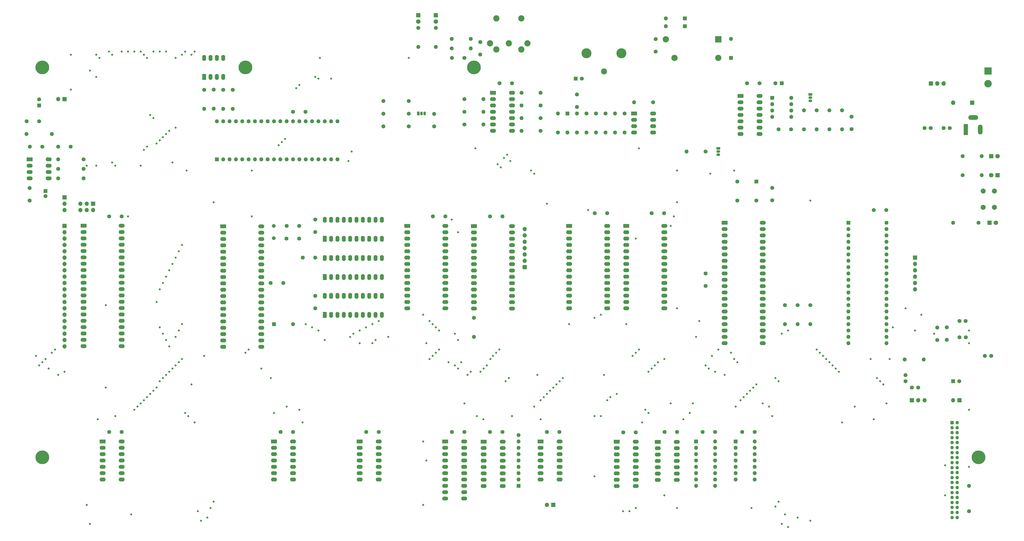
<source format=gbr>
%TF.GenerationSoftware,KiCad,Pcbnew,(6.0.6)*%
%TF.CreationDate,2022-08-04T01:48:05+02:00*%
%TF.ProjectId,Z80AllInOne,5a383041-6c6c-4496-9e4f-6e652e6b6963,rev?*%
%TF.SameCoordinates,Original*%
%TF.FileFunction,Copper,L3,Inr*%
%TF.FilePolarity,Positive*%
%FSLAX46Y46*%
G04 Gerber Fmt 4.6, Leading zero omitted, Abs format (unit mm)*
G04 Created by KiCad (PCBNEW (6.0.6)) date 2022-08-04 01:48:05*
%MOMM*%
%LPD*%
G01*
G04 APERTURE LIST*
%TA.AperFunction,ComponentPad*%
%ADD10C,5.500000*%
%TD*%
%TA.AperFunction,ComponentPad*%
%ADD11C,1.600000*%
%TD*%
%TA.AperFunction,ComponentPad*%
%ADD12O,1.600000X1.600000*%
%TD*%
%TA.AperFunction,ComponentPad*%
%ADD13R,2.500000X2.500000*%
%TD*%
%TA.AperFunction,ComponentPad*%
%ADD14O,2.500000X2.500000*%
%TD*%
%TA.AperFunction,ComponentPad*%
%ADD15C,2.400000*%
%TD*%
%TA.AperFunction,ComponentPad*%
%ADD16C,4.000000*%
%TD*%
%TA.AperFunction,ComponentPad*%
%ADD17R,1.800000X1.800000*%
%TD*%
%TA.AperFunction,ComponentPad*%
%ADD18C,1.800000*%
%TD*%
%TA.AperFunction,ComponentPad*%
%ADD19R,2.400000X1.600000*%
%TD*%
%TA.AperFunction,ComponentPad*%
%ADD20O,2.400000X1.600000*%
%TD*%
%TA.AperFunction,ComponentPad*%
%ADD21O,1.800000X1.800000*%
%TD*%
%TA.AperFunction,ComponentPad*%
%ADD22R,1.600000X1.600000*%
%TD*%
%TA.AperFunction,ComponentPad*%
%ADD23R,1.700000X1.700000*%
%TD*%
%TA.AperFunction,ComponentPad*%
%ADD24O,1.700000X1.700000*%
%TD*%
%TA.AperFunction,ComponentPad*%
%ADD25R,3.000000X3.000000*%
%TD*%
%TA.AperFunction,ComponentPad*%
%ADD26C,3.000000*%
%TD*%
%TA.AperFunction,ComponentPad*%
%ADD27C,1.500000*%
%TD*%
%TA.AperFunction,ComponentPad*%
%ADD28R,1.600000X2.400000*%
%TD*%
%TA.AperFunction,ComponentPad*%
%ADD29O,1.600000X2.400000*%
%TD*%
%TA.AperFunction,ComponentPad*%
%ADD30R,1.500000X1.050000*%
%TD*%
%TA.AperFunction,ComponentPad*%
%ADD31O,1.500000X1.050000*%
%TD*%
%TA.AperFunction,ComponentPad*%
%ADD32C,2.500000*%
%TD*%
%TA.AperFunction,ComponentPad*%
%ADD33R,1.800000X4.400000*%
%TD*%
%TA.AperFunction,ComponentPad*%
%ADD34O,1.800000X4.000000*%
%TD*%
%TA.AperFunction,ComponentPad*%
%ADD35O,4.000000X1.800000*%
%TD*%
%TA.AperFunction,ComponentPad*%
%ADD36R,1.350000X1.350000*%
%TD*%
%TA.AperFunction,ComponentPad*%
%ADD37O,1.350000X1.350000*%
%TD*%
%TA.AperFunction,ComponentPad*%
%ADD38C,2.000000*%
%TD*%
%TA.AperFunction,ComponentPad*%
%ADD39R,1.050000X1.500000*%
%TD*%
%TA.AperFunction,ComponentPad*%
%ADD40O,1.050000X1.500000*%
%TD*%
%TA.AperFunction,ViaPad*%
%ADD41C,0.800000*%
%TD*%
G04 APERTURE END LIST*
D10*
%TO.N,GND*%
%TO.C,*%
X397510000Y-210820000D03*
%TD*%
D11*
%TO.N,GND*%
%TO.C,C4*%
X314960000Y-102870000D03*
%TO.N,VCC*%
X314960000Y-107870000D03*
%TD*%
%TO.N,/{slash}RESET*%
%TO.C,R21*%
X327660000Y-79355564D03*
D12*
%TO.N,Net-(Q3-Pad2)*%
X327660000Y-71735564D03*
%TD*%
D11*
%TO.N,Net-(C49-Pad1)*%
%TO.C,C49*%
X198120000Y-49450000D03*
%TO.N,GND*%
X198120000Y-44450000D03*
%TD*%
D13*
%TO.N,VCC*%
%TO.C,K1*%
X293370000Y-43300000D03*
D14*
%TO.N,/IO/Casette Interface/M1*%
X272370000Y-43300000D03*
%TO.N,/IO/Casette Interface/M2*%
X275870000Y-50800000D03*
%TO.N,Net-(D7-Pad1)*%
X293370000Y-50800000D03*
%TD*%
D11*
%TO.N,Net-(R5-Pad1)*%
%TO.C,R5*%
X91440000Y-63500000D03*
D12*
%TO.N,GND*%
X91440000Y-71120000D03*
%TD*%
D11*
%TO.N,VCC*%
%TO.C,C32*%
X17780000Y-102910000D03*
%TO.N,GND*%
X17780000Y-107910000D03*
%TD*%
%TO.N,Net-(C19-Pad1)*%
%TO.C,R19*%
X169545000Y-68025000D03*
D12*
%TO.N,Net-(Q2-Pad1)*%
X159385000Y-68025000D03*
%TD*%
D15*
%TO.N,Net-(C19-Pad2)*%
%TO.C,J3*%
X247650000Y-56210000D03*
D16*
%TO.N,GND*%
X254650000Y-48940000D03*
%TO.N,N/C*%
X240650000Y-48940000D03*
%TD*%
D17*
%TO.N,Net-(D4-Pad1)*%
%TO.C,D4*%
X402590000Y-90170000D03*
D18*
%TO.N,VCC*%
X405130000Y-90170000D03*
%TD*%
D11*
%TO.N,VCC*%
%TO.C,C38*%
X207065000Y-200665000D03*
%TO.N,GND*%
X202065000Y-200665000D03*
%TD*%
D19*
%TO.N,Net-(JP3-Pad2)*%
%TO.C,U28*%
X184100000Y-204480000D03*
D20*
%TO.N,/BUS Expansion/D0*%
X184100000Y-207020000D03*
%TO.N,GND*%
X184100000Y-209560000D03*
%TO.N,Net-(U26-Pad9)*%
X184100000Y-212100000D03*
%TO.N,/BUS Expansion/D1*%
X184100000Y-214640000D03*
%TO.N,/BUS Expansion/D2*%
X184100000Y-217180000D03*
%TO.N,Net-(U26-Pad7)*%
X184100000Y-219720000D03*
%TO.N,Net-(U26-Pad6)*%
X184100000Y-222260000D03*
%TO.N,/BUS Expansion/D3*%
X184100000Y-224800000D03*
%TO.N,GND*%
X184100000Y-227340000D03*
%TO.N,/M1*%
X191720000Y-227340000D03*
%TO.N,/BUS Expansion/D4*%
X191720000Y-224800000D03*
%TO.N,GND*%
X191720000Y-222260000D03*
X191720000Y-219720000D03*
%TO.N,/BUS Expansion/D5*%
X191720000Y-217180000D03*
%TO.N,/BUS Expansion/D6*%
X191720000Y-214640000D03*
%TO.N,GND*%
X191720000Y-212100000D03*
X191720000Y-209560000D03*
%TO.N,/BUS Expansion/D7*%
X191720000Y-207020000D03*
%TO.N,VCC*%
X191720000Y-204480000D03*
%TD*%
D11*
%TO.N,Net-(R38-Pad1)*%
%TO.C,R38*%
X244475000Y-73025000D03*
D12*
%TO.N,VCC*%
X244475000Y-80645000D03*
%TD*%
D17*
%TO.N,Net-(C44-Pad1)*%
%TO.C,U29*%
X378460000Y-61025000D03*
D21*
%TO.N,GND*%
X381000000Y-61025000D03*
%TO.N,VCC*%
X383540000Y-61025000D03*
%TD*%
D22*
%TO.N,GND*%
%TO.C,D10*%
X233045000Y-73025000D03*
D12*
%TO.N,Net-(D10-Pad2)*%
X233045000Y-80645000D03*
%TD*%
D22*
%TO.N,Net-(D8-Pad1)*%
%TO.C,D8*%
X280035000Y-38100000D03*
D12*
%TO.N,/IO/Casette Interface/M1*%
X272415000Y-38100000D03*
%TD*%
D22*
%TO.N,Net-(C19-Pad1)*%
%TO.C,C19*%
X236302375Y-59055000D03*
D11*
%TO.N,Net-(C19-Pad2)*%
X238802375Y-59055000D03*
%TD*%
D22*
%TO.N,GND*%
%TO.C,U23*%
X314970000Y-66795564D03*
D12*
%TO.N,Net-(C34-Pad1)*%
X314970000Y-69335564D03*
%TO.N,Net-(U12-Pad1)*%
X314970000Y-71875564D03*
%TO.N,VCC*%
X314970000Y-74415564D03*
%TO.N,unconnected-(U23-Pad5)*%
X322590000Y-74415564D03*
%TO.N,Net-(C36-Pad1)*%
X322590000Y-71875564D03*
X322590000Y-69335564D03*
%TO.N,VCC*%
X322590000Y-66795564D03*
%TD*%
D11*
%TO.N,GND*%
%TO.C,C37*%
X224830000Y-200660000D03*
%TO.N,VCC*%
X229830000Y-200660000D03*
%TD*%
%TO.N,GND*%
%TO.C,R14*%
X39370000Y-91440000D03*
D12*
%TO.N,Net-(C30-Pad1)*%
X29210000Y-91440000D03*
%TD*%
D11*
%TO.N,GND*%
%TO.C,C6*%
X355645000Y-111755000D03*
%TO.N,VCC*%
X360645000Y-111755000D03*
%TD*%
D22*
%TO.N,Net-(D5-Pad1)*%
%TO.C,D5*%
X115570000Y-157480000D03*
D12*
%TO.N,/VDP_INT*%
X123190000Y-157480000D03*
%TD*%
D11*
%TO.N,Net-(R4-Pad1)*%
%TO.C,R4*%
X87630000Y-63589062D03*
D12*
%TO.N,GND*%
X87630000Y-71209062D03*
%TD*%
D19*
%TO.N,/INT_DEV2*%
%TO.C,U26*%
X199470000Y-204490000D03*
D20*
%TO.N,/INT_DEV3*%
X199470000Y-207030000D03*
%TO.N,/INT_DEV4*%
X199470000Y-209570000D03*
%TO.N,/INT_DEV5*%
X199470000Y-212110000D03*
%TO.N,GND*%
X199470000Y-214650000D03*
%TO.N,Net-(U26-Pad6)*%
X199470000Y-217190000D03*
%TO.N,Net-(U26-Pad7)*%
X199470000Y-219730000D03*
%TO.N,GND*%
X199470000Y-222270000D03*
%TO.N,Net-(U26-Pad9)*%
X207090000Y-222270000D03*
%TO.N,/CTC_INT*%
X207090000Y-219730000D03*
%TO.N,/UART_INT*%
X207090000Y-217190000D03*
%TO.N,/VDP_INT*%
X207090000Y-214650000D03*
%TO.N,/INT_DEV1*%
X207090000Y-212110000D03*
%TO.N,Net-(U25-Pad10)*%
X207090000Y-209570000D03*
%TO.N,unconnected-(U26-Pad15)*%
X207090000Y-207030000D03*
%TO.N,VCC*%
X207090000Y-204490000D03*
%TD*%
D11*
%TO.N,VCC*%
%TO.C,R3*%
X325120000Y-149860000D03*
D12*
%TO.N,/BUSRQ*%
X325120000Y-157480000D03*
%TD*%
D19*
%TO.N,/IO/A14*%
%TO.C,U2*%
X233680000Y-118110000D03*
D20*
%TO.N,/IO/A12*%
X233680000Y-120650000D03*
%TO.N,/IO/A7*%
X233680000Y-123190000D03*
%TO.N,/IO/A6*%
X233680000Y-125730000D03*
%TO.N,/IO/A5*%
X233680000Y-128270000D03*
%TO.N,/IO/A4*%
X233680000Y-130810000D03*
%TO.N,/IO/A3*%
X233680000Y-133350000D03*
%TO.N,/IO/A2*%
X233680000Y-135890000D03*
%TO.N,/IO/A1*%
X233680000Y-138430000D03*
%TO.N,/IO/A0*%
X233680000Y-140970000D03*
%TO.N,/BUS Expansion/D0*%
X233680000Y-143510000D03*
%TO.N,/BUS Expansion/D1*%
X233680000Y-146050000D03*
%TO.N,/BUS Expansion/D2*%
X233680000Y-148590000D03*
%TO.N,GND*%
X233680000Y-151130000D03*
%TO.N,/BUS Expansion/D3*%
X248920000Y-151130000D03*
%TO.N,/BUS Expansion/D4*%
X248920000Y-148590000D03*
%TO.N,/BUS Expansion/D5*%
X248920000Y-146050000D03*
%TO.N,/BUS Expansion/D6*%
X248920000Y-143510000D03*
%TO.N,/BUS Expansion/D7*%
X248920000Y-140970000D03*
%TO.N,/ROM_CE*%
X248920000Y-138430000D03*
%TO.N,/IO/A10*%
X248920000Y-135890000D03*
%TO.N,/RD*%
X248920000Y-133350000D03*
%TO.N,/IO/A11*%
X248920000Y-130810000D03*
%TO.N,/IO/A9*%
X248920000Y-128270000D03*
%TO.N,/IO/A8*%
X248920000Y-125730000D03*
%TO.N,/IO/A13*%
X248920000Y-123190000D03*
%TO.N,/WR*%
X248920000Y-120650000D03*
%TO.N,VCC*%
X248920000Y-118110000D03*
%TD*%
D11*
%TO.N,Net-(C30-Pad1)*%
%TO.C,C30*%
X29250000Y-86360000D03*
%TO.N,GND*%
X34250000Y-86360000D03*
%TD*%
%TO.N,Net-(C31-Pad1)*%
%TO.C,C31*%
X17860000Y-86360000D03*
%TO.N,Net-(C30-Pad1)*%
X22860000Y-86360000D03*
%TD*%
D17*
%TO.N,GND*%
%TO.C,D6*%
X405130000Y-97790000D03*
D18*
%TO.N,Net-(D6-Pad2)*%
X402590000Y-97790000D03*
%TD*%
D11*
%TO.N,Net-(C34-Pad1)*%
%TO.C,C34*%
X346710000Y-79315564D03*
%TO.N,GND*%
X346710000Y-74315564D03*
%TD*%
D19*
%TO.N,Net-(U20-Pad1)*%
%TO.C,U20*%
X47000000Y-204465000D03*
D20*
%TO.N,/IO/A0*%
X47000000Y-207005000D03*
%TO.N,/PSG_CE*%
X47000000Y-209545000D03*
%TO.N,Net-(U20-Pad4)*%
X47000000Y-212085000D03*
%TO.N,/PSG_CE*%
X47000000Y-214625000D03*
%TO.N,/WR*%
X47000000Y-217165000D03*
%TO.N,GND*%
X47000000Y-219705000D03*
%TO.N,N/C*%
X54620000Y-219705000D03*
X54620000Y-217165000D03*
X54620000Y-214625000D03*
X54620000Y-212085000D03*
X54620000Y-209545000D03*
X54620000Y-207005000D03*
%TO.N,VCC*%
X54620000Y-204465000D03*
%TD*%
D11*
%TO.N,Net-(C48-Pad1)*%
%TO.C,R29*%
X222250000Y-74930000D03*
D12*
%TO.N,Net-(R29-Pad2)*%
X214630000Y-74930000D03*
%TD*%
D11*
%TO.N,GND*%
%TO.C,C3*%
X266700000Y-113025000D03*
%TO.N,VCC*%
X271700000Y-113025000D03*
%TD*%
D19*
%TO.N,/IO/A14*%
%TO.C,U3*%
X256540000Y-118110000D03*
D20*
%TO.N,/IO/A12*%
X256540000Y-120650000D03*
%TO.N,/IO/A7*%
X256540000Y-123190000D03*
%TO.N,/IO/A6*%
X256540000Y-125730000D03*
%TO.N,/IO/A5*%
X256540000Y-128270000D03*
%TO.N,/IO/A4*%
X256540000Y-130810000D03*
%TO.N,/IO/A3*%
X256540000Y-133350000D03*
%TO.N,/IO/A2*%
X256540000Y-135890000D03*
%TO.N,/IO/A1*%
X256540000Y-138430000D03*
%TO.N,/IO/A0*%
X256540000Y-140970000D03*
%TO.N,/BUS Expansion/D0*%
X256540000Y-143510000D03*
%TO.N,/BUS Expansion/D1*%
X256540000Y-146050000D03*
%TO.N,/BUS Expansion/D2*%
X256540000Y-148590000D03*
%TO.N,GND*%
X256540000Y-151130000D03*
%TO.N,/BUS Expansion/D3*%
X271780000Y-151130000D03*
%TO.N,/BUS Expansion/D4*%
X271780000Y-148590000D03*
%TO.N,/BUS Expansion/D5*%
X271780000Y-146050000D03*
%TO.N,/BUS Expansion/D6*%
X271780000Y-143510000D03*
%TO.N,/BUS Expansion/D7*%
X271780000Y-140970000D03*
%TO.N,/RAM_CE*%
X271780000Y-138430000D03*
%TO.N,/IO/A10*%
X271780000Y-135890000D03*
%TO.N,/RD*%
X271780000Y-133350000D03*
%TO.N,/IO/A11*%
X271780000Y-130810000D03*
%TO.N,/IO/A9*%
X271780000Y-128270000D03*
%TO.N,/IO/A8*%
X271780000Y-125730000D03*
%TO.N,/IO/A13*%
X271780000Y-123190000D03*
%TO.N,VCC*%
X271780000Y-120650000D03*
X271780000Y-118110000D03*
%TD*%
D22*
%TO.N,Net-(R7-Pad1)*%
%TO.C,U4*%
X92715000Y-91445000D03*
D12*
%TO.N,Net-(R6-Pad1)*%
X95255000Y-91445000D03*
%TO.N,Net-(R5-Pad1)*%
X97795000Y-91445000D03*
%TO.N,Net-(R4-Pad1)*%
X100335000Y-91445000D03*
%TO.N,/RD*%
X102875000Y-91445000D03*
%TO.N,/PPI_CE*%
X105415000Y-91445000D03*
%TO.N,GND*%
X107955000Y-91445000D03*
%TO.N,/IO/A1*%
X110495000Y-91445000D03*
%TO.N,/IO/A0*%
X113035000Y-91445000D03*
%TO.N,/IO/Casette Interface/PC7*%
X115575000Y-91445000D03*
%TO.N,/IO/Casette Interface/PC6*%
X118115000Y-91445000D03*
%TO.N,/IO/Casette Interface/PC5*%
X120655000Y-91445000D03*
%TO.N,/IO/Casette Interface/PC4*%
X123195000Y-91445000D03*
%TO.N,/IO/PC0*%
X125735000Y-91445000D03*
%TO.N,/IO/PC1*%
X128275000Y-91445000D03*
%TO.N,/IO/Casette Interface/PC2*%
X130815000Y-91445000D03*
%TO.N,/IO/Casette Interface/PC3*%
X133355000Y-91445000D03*
%TO.N,/IO/PB0*%
X135895000Y-91445000D03*
%TO.N,/IO/PB1*%
X138435000Y-91445000D03*
%TO.N,/IO/PB2*%
X140975000Y-91445000D03*
%TO.N,/IO/PB3*%
X140975000Y-76205000D03*
%TO.N,/IO/PB4*%
X138435000Y-76205000D03*
%TO.N,/IO/PB5*%
X135895000Y-76205000D03*
%TO.N,/IO/PB6*%
X133355000Y-76205000D03*
%TO.N,/IO/PB7*%
X130815000Y-76205000D03*
%TO.N,VCC*%
X128275000Y-76205000D03*
%TO.N,/BUS Expansion/D7*%
X125735000Y-76205000D03*
%TO.N,/BUS Expansion/D6*%
X123195000Y-76205000D03*
%TO.N,/BUS Expansion/D5*%
X120655000Y-76205000D03*
%TO.N,/BUS Expansion/D4*%
X118115000Y-76205000D03*
%TO.N,/BUS Expansion/D3*%
X115575000Y-76205000D03*
%TO.N,/BUS Expansion/D2*%
X113035000Y-76205000D03*
%TO.N,/BUS Expansion/D1*%
X110495000Y-76205000D03*
%TO.N,/BUS Expansion/D0*%
X107955000Y-76205000D03*
%TO.N,/RESET_IO*%
X105415000Y-76205000D03*
%TO.N,/WR*%
X102875000Y-76205000D03*
%TO.N,/IO/PA7*%
X100335000Y-76205000D03*
%TO.N,/IO/PA6*%
X97795000Y-76205000D03*
%TO.N,/IO/PA5*%
X95255000Y-76205000D03*
%TO.N,/IO/PA4*%
X92715000Y-76205000D03*
%TD*%
D17*
%TO.N,Net-(D3-Pad1)*%
%TO.C,D3*%
X394970000Y-68680000D03*
D21*
%TO.N,Net-(C44-Pad1)*%
X387350000Y-68680000D03*
%TD*%
D19*
%TO.N,/IO/A8*%
%TO.C,U13*%
X269215000Y-204570000D03*
D20*
X269215000Y-207110000D03*
%TO.N,Net-(U13-Pad3)*%
X269215000Y-209650000D03*
%TO.N,/{slash}RESET*%
X269215000Y-212190000D03*
X269215000Y-214730000D03*
%TO.N,/MR*%
X269215000Y-217270000D03*
%TO.N,GND*%
X269215000Y-219810000D03*
%TO.N,Net-(U13-Pad8)*%
X276835000Y-219810000D03*
%TO.N,/RD*%
X276835000Y-217270000D03*
X276835000Y-214730000D03*
%TO.N,/UART_INT*%
X276835000Y-212190000D03*
%TO.N,Net-(U13-Pad12)*%
X276835000Y-209650000D03*
X276835000Y-207110000D03*
%TO.N,VCC*%
X276835000Y-204570000D03*
%TD*%
D11*
%TO.N,Net-(Q4-Pad2)*%
%TO.C,R24*%
X288290000Y-88265000D03*
D12*
%TO.N,/IO/PA7*%
X280670000Y-88265000D03*
%TD*%
D11*
%TO.N,GND*%
%TO.C,C23*%
X127080000Y-130810000D03*
%TO.N,VCC*%
X132080000Y-130810000D03*
%TD*%
D10*
%TO.N,GND*%
%TO.C,*%
X104140000Y-54610000D03*
%TD*%
D19*
%TO.N,/IO/PA6*%
%TO.C,U19*%
X259715000Y-73035000D03*
D20*
%TO.N,Net-(R35-Pad1)*%
X259715000Y-75575000D03*
%TO.N,Net-(R38-Pad1)*%
X259715000Y-78115000D03*
%TO.N,VCC*%
X259715000Y-80655000D03*
%TO.N,N/C*%
X267335000Y-80655000D03*
X267335000Y-78115000D03*
X267335000Y-75575000D03*
%TO.N,GND*%
X267335000Y-73035000D03*
%TD*%
D23*
%TO.N,Net-(C7-Pad2)*%
%TO.C,JP2*%
X370855000Y-187960000D03*
D24*
%TO.N,VCC*%
X373395000Y-187960000D03*
%TO.N,Net-(FB1-Pad2)*%
X375935000Y-187960000D03*
%TD*%
D25*
%TO.N,GND*%
%TO.C,J9*%
X401320000Y-55980000D03*
D26*
%TO.N,Net-(J9-Pad2)*%
X401320000Y-61060000D03*
%TD*%
D11*
%TO.N,Net-(R35-Pad1)*%
%TO.C,R36*%
X248285000Y-73025000D03*
D12*
%TO.N,VCC*%
X248285000Y-80645000D03*
%TD*%
D11*
%TO.N,Net-(D1-Pad2)*%
%TO.C,R8*%
X180340000Y-38735000D03*
D12*
%TO.N,/IO/PC1*%
X180340000Y-46355000D03*
%TD*%
D11*
%TO.N,VCC*%
%TO.C,C29*%
X54610000Y-114300000D03*
%TO.N,GND*%
X49610000Y-114300000D03*
%TD*%
D27*
%TO.N,Net-(C16-Pad2)*%
%TO.C,Y2*%
X115510000Y-123010000D03*
%TO.N,Net-(C17-Pad2)*%
X115510000Y-118110000D03*
%TD*%
D10*
%TO.N,GND*%
%TO.C,*%
X22860000Y-54610000D03*
%TD*%
D11*
%TO.N,VCC*%
%TO.C,C27*%
X292100000Y-200660000D03*
%TO.N,GND*%
X287100000Y-200660000D03*
%TD*%
%TO.N,Net-(C49-Pad1)*%
%TO.C,R32*%
X194310000Y-43140000D03*
D12*
%TO.N,Net-(C48-Pad1)*%
X186690000Y-43140000D03*
%TD*%
D28*
%TO.N,GND*%
%TO.C,U9*%
X135890000Y-138530000D03*
D29*
%TO.N,/VIDEO/AD0*%
X138430000Y-138530000D03*
%TO.N,/VIDEO/AD1*%
X140970000Y-138530000D03*
%TO.N,/VIDEO/AD2*%
X143510000Y-138530000D03*
%TO.N,/VIDEO/AD3*%
X146050000Y-138530000D03*
%TO.N,/VIDEO/AD4*%
X148590000Y-138530000D03*
%TO.N,/VIDEO/AD5*%
X151130000Y-138530000D03*
%TO.N,/VIDEO/AD6*%
X153670000Y-138530000D03*
%TO.N,/VIDEO/AD7*%
X156210000Y-138530000D03*
%TO.N,GND*%
X158750000Y-138530000D03*
%TO.N,Net-(U17-Pad6)*%
X158750000Y-130910000D03*
%TO.N,/VIDEO/VA13*%
X156210000Y-130910000D03*
%TO.N,/VIDEO/VA12*%
X153670000Y-130910000D03*
%TO.N,/VIDEO/VA11*%
X151130000Y-130910000D03*
%TO.N,/VIDEO/VA10*%
X148590000Y-130910000D03*
%TO.N,/VIDEO/VA9*%
X146050000Y-130910000D03*
%TO.N,/VIDEO/VA8*%
X143510000Y-130910000D03*
%TO.N,/VIDEO/VA7*%
X140970000Y-130910000D03*
%TO.N,unconnected-(U9-Pad19)*%
X138430000Y-130910000D03*
%TO.N,VCC*%
X135890000Y-130910000D03*
%TD*%
D28*
%TO.N,GND*%
%TO.C,U8*%
X135895000Y-123280000D03*
D29*
%TO.N,/VIDEO/AD0*%
X138435000Y-123280000D03*
%TO.N,/VIDEO/AD1*%
X140975000Y-123280000D03*
%TO.N,/VIDEO/AD2*%
X143515000Y-123280000D03*
%TO.N,/VIDEO/AD3*%
X146055000Y-123280000D03*
%TO.N,/VIDEO/AD4*%
X148595000Y-123280000D03*
%TO.N,/VIDEO/AD5*%
X151135000Y-123280000D03*
%TO.N,/VIDEO/AD6*%
X153675000Y-123280000D03*
%TO.N,/VIDEO/AD7*%
X156215000Y-123280000D03*
%TO.N,GND*%
X158755000Y-123280000D03*
%TO.N,Net-(U17-Pad2)*%
X158755000Y-115660000D03*
%TO.N,/VIDEO/VA6*%
X156215000Y-115660000D03*
%TO.N,/VIDEO/VA5*%
X153675000Y-115660000D03*
%TO.N,/VIDEO/VA4*%
X151135000Y-115660000D03*
%TO.N,/VIDEO/VA3*%
X148595000Y-115660000D03*
%TO.N,/VIDEO/VA2*%
X146055000Y-115660000D03*
%TO.N,/VIDEO/VA1*%
X143515000Y-115660000D03*
%TO.N,/VIDEO/VA0*%
X140975000Y-115660000D03*
%TO.N,unconnected-(U8-Pad19)*%
X138435000Y-115660000D03*
%TO.N,VCC*%
X135895000Y-115660000D03*
%TD*%
D11*
%TO.N,Net-(C48-Pad1)*%
%TO.C,R28*%
X222250000Y-80010000D03*
D12*
%TO.N,Net-(R28-Pad2)*%
X214630000Y-80010000D03*
%TD*%
D11*
%TO.N,Net-(R35-Pad1)*%
%TO.C,R35*%
X252095000Y-80645000D03*
D12*
%TO.N,/IO/PA6*%
X252095000Y-73025000D03*
%TD*%
D22*
%TO.N,/WR*%
%TO.C,U27*%
X300355000Y-204470000D03*
D12*
X300355000Y-207010000D03*
%TO.N,Net-(U27-Pad13)*%
X300355000Y-209550000D03*
%TO.N,/IORQ*%
X300355000Y-212090000D03*
X300355000Y-214630000D03*
%TO.N,Net-(U27-Pad10)*%
X300355000Y-217170000D03*
%TO.N,GND*%
X300355000Y-219710000D03*
%TO.N,/IORD*%
X307975000Y-219710000D03*
%TO.N,Net-(U13-Pad8)*%
X307975000Y-217170000D03*
%TO.N,Net-(U27-Pad10)*%
X307975000Y-214630000D03*
%TO.N,/IOWR*%
X307975000Y-212090000D03*
%TO.N,Net-(U27-Pad10)*%
X307975000Y-209550000D03*
%TO.N,Net-(U27-Pad13)*%
X307975000Y-207010000D03*
%TO.N,VCC*%
X307975000Y-204470000D03*
%TD*%
D23*
%TO.N,GND*%
%TO.C,SPEAKER1*%
X31750000Y-67310000D03*
D24*
%TO.N,Net-(C43-Pad2)*%
X29210000Y-67310000D03*
%TD*%
D22*
%TO.N,VCC*%
%TO.C,C42*%
X24130000Y-104140000D03*
D11*
%TO.N,GND*%
X24130000Y-106140000D03*
%TD*%
%TO.N,GND*%
%TO.C,R33*%
X186690000Y-46950000D03*
D12*
%TO.N,Net-(C49-Pad1)*%
X194310000Y-46950000D03*
%TD*%
D11*
%TO.N,Net-(R10-Pad1)*%
%TO.C,R10*%
X368012500Y-171550000D03*
D12*
%TO.N,Net-(C8-Pad1)*%
X375632500Y-171550000D03*
%TD*%
D11*
%TO.N,Net-(C44-Pad1)*%
%TO.C,C44*%
X375920000Y-78840000D03*
%TO.N,GND*%
X378420000Y-78840000D03*
%TD*%
%TO.N,GND*%
%TO.C,R37*%
X267335000Y-68580000D03*
D12*
%TO.N,Net-(R35-Pad1)*%
X259715000Y-68580000D03*
%TD*%
D11*
%TO.N,GND*%
%TO.C,R12*%
X29210000Y-99060000D03*
D12*
%TO.N,Net-(JP4-Pad1)*%
X39370000Y-99060000D03*
%TD*%
D19*
%TO.N,Net-(U12-Pad1)*%
%TO.C,U12*%
X302270000Y-66035000D03*
D20*
X302270000Y-68575000D03*
%TO.N,/{slash}RESET*%
X302270000Y-71115000D03*
X302270000Y-73655000D03*
X302270000Y-76195000D03*
%TO.N,/RESET_IO*%
X302270000Y-78735000D03*
%TO.N,GND*%
X302270000Y-81275000D03*
%TO.N,N/C*%
X309890000Y-81275000D03*
X309890000Y-78735000D03*
X309890000Y-76195000D03*
X309890000Y-73655000D03*
X309890000Y-71115000D03*
X309890000Y-68575000D03*
%TO.N,VCC*%
X309890000Y-66035000D03*
%TD*%
D19*
%TO.N,unconnected-(U22-Pad1)*%
%TO.C,U22*%
X17780000Y-91440000D03*
D20*
%TO.N,GND*%
X17780000Y-93980000D03*
%TO.N,Net-(C31-Pad1)*%
X17780000Y-96520000D03*
%TO.N,GND*%
X17780000Y-99060000D03*
%TO.N,Net-(C33-Pad1)*%
X25400000Y-99060000D03*
%TO.N,VCC*%
X25400000Y-96520000D03*
%TO.N,unconnected-(U22-Pad7)*%
X25400000Y-93980000D03*
%TO.N,unconnected-(U22-Pad8)*%
X25400000Y-91440000D03*
%TD*%
D11*
%TO.N,GND*%
%TO.C,C26*%
X118190000Y-200660000D03*
%TO.N,VCC*%
X123190000Y-200660000D03*
%TD*%
%TO.N,VCC*%
%TO.C,R11*%
X391160000Y-97790000D03*
D12*
%TO.N,Net-(D6-Pad2)*%
X398780000Y-97790000D03*
%TD*%
D11*
%TO.N,VCC*%
%TO.C,C35*%
X317540000Y-79355564D03*
%TO.N,GND*%
X322540000Y-79355564D03*
%TD*%
%TO.N,GND*%
%TO.C,C51*%
X236855000Y-65405000D03*
%TO.N,Net-(C51-Pad2)*%
X236855000Y-70405000D03*
%TD*%
%TO.N,Net-(R7-Pad1)*%
%TO.C,R7*%
X99060000Y-63589062D03*
D12*
%TO.N,GND*%
X99060000Y-71209062D03*
%TD*%
D11*
%TO.N,Net-(D11-Pad1)*%
%TO.C,R43*%
X397510000Y-116840000D03*
D12*
%TO.N,Net-(J10-Pad39)*%
X387350000Y-116840000D03*
%TD*%
D23*
%TO.N,VCC*%
%TO.C,J4*%
X372110000Y-130810000D03*
D24*
%TO.N,GND*%
X372110000Y-133350000D03*
%TO.N,/DTR*%
X372110000Y-135890000D03*
%TO.N,/TX*%
X372110000Y-138430000D03*
%TO.N,/DSR*%
X372110000Y-140970000D03*
%TO.N,/RX*%
X372110000Y-143510000D03*
%TD*%
D11*
%TO.N,VCC*%
%TO.C,R2*%
X320040000Y-149860000D03*
D12*
%TO.N,/WAIT*%
X320040000Y-157480000D03*
%TD*%
D11*
%TO.N,Net-(C48-Pad1)*%
%TO.C,R30*%
X222250000Y-69850000D03*
D12*
%TO.N,Net-(R30-Pad2)*%
X214630000Y-69850000D03*
%TD*%
D28*
%TO.N,Net-(U10-Pad1)*%
%TO.C,U10*%
X135895000Y-153760000D03*
D29*
%TO.N,/VIDEO/AD0*%
X138435000Y-153760000D03*
%TO.N,/VIDEO/AD1*%
X140975000Y-153760000D03*
%TO.N,/VIDEO/AD2*%
X143515000Y-153760000D03*
%TO.N,/VIDEO/AD3*%
X146055000Y-153760000D03*
%TO.N,/VIDEO/AD4*%
X148595000Y-153760000D03*
%TO.N,/VIDEO/AD5*%
X151135000Y-153760000D03*
%TO.N,/VIDEO/AD6*%
X153675000Y-153760000D03*
%TO.N,/VIDEO/AD7*%
X156215000Y-153760000D03*
%TO.N,GND*%
X158755000Y-153760000D03*
%TO.N,Net-(U10-Pad11)*%
X158755000Y-146140000D03*
%TO.N,/VIDEO/VD7*%
X156215000Y-146140000D03*
%TO.N,/VIDEO/VD6*%
X153675000Y-146140000D03*
%TO.N,/VIDEO/VD5*%
X151135000Y-146140000D03*
%TO.N,/VIDEO/VD4*%
X148595000Y-146140000D03*
%TO.N,/VIDEO/VD3*%
X146055000Y-146140000D03*
%TO.N,/VIDEO/VD2*%
X143515000Y-146140000D03*
%TO.N,/VIDEO/VD1*%
X140975000Y-146140000D03*
%TO.N,/VIDEO/VD0*%
X138435000Y-146140000D03*
%TO.N,VCC*%
X135895000Y-146140000D03*
%TD*%
D10*
%TO.N,GND*%
%TO.C,*%
X195580000Y-54610000D03*
%TD*%
D11*
%TO.N,GND*%
%TO.C,C17*%
X125670000Y-118110000D03*
%TO.N,Net-(C17-Pad2)*%
X120670000Y-118110000D03*
%TD*%
D23*
%TO.N,Net-(J1-Pad1)*%
%TO.C,JP1*%
X389890000Y-187960000D03*
D24*
%TO.N,Net-(C41-Pad1)*%
X387350000Y-187960000D03*
%TD*%
D19*
%TO.N,/IO/Casette Interface/PC7*%
%TO.C,U18*%
X203200000Y-64770000D03*
D20*
%TO.N,Net-(R25-Pad2)*%
X203200000Y-67310000D03*
%TO.N,/IO/Casette Interface/PC6*%
X203200000Y-69850000D03*
%TO.N,Net-(R26-Pad2)*%
X203200000Y-72390000D03*
%TO.N,/IO/Casette Interface/PC5*%
X203200000Y-74930000D03*
%TO.N,Net-(R27-Pad2)*%
X203200000Y-77470000D03*
%TO.N,GND*%
X203200000Y-80010000D03*
%TO.N,Net-(R28-Pad2)*%
X210820000Y-80010000D03*
%TO.N,/IO/Casette Interface/PC4*%
X210820000Y-77470000D03*
%TO.N,Net-(R29-Pad2)*%
X210820000Y-74930000D03*
%TO.N,/IO/Casette Interface/PC3*%
X210820000Y-72390000D03*
%TO.N,Net-(R30-Pad2)*%
X210820000Y-69850000D03*
%TO.N,/IO/Casette Interface/PC2*%
X210820000Y-67310000D03*
%TO.N,VCC*%
X210820000Y-64770000D03*
%TD*%
D30*
%TO.N,Net-(Q3-Pad1)*%
%TO.C,Q3*%
X330200000Y-65385564D03*
D31*
%TO.N,Net-(Q3-Pad2)*%
X330200000Y-66655564D03*
%TO.N,GND*%
X330200000Y-67925564D03*
%TD*%
D19*
%TO.N,/VIDEO/{slash}RAS*%
%TO.C,U17*%
X149860000Y-204465000D03*
D20*
%TO.N,Net-(U17-Pad2)*%
X149860000Y-207005000D03*
%TO.N,Net-(U17-Pad3)*%
X149860000Y-209545000D03*
%TO.N,Net-(U17-Pad4)*%
X149860000Y-212085000D03*
X149860000Y-214625000D03*
%TO.N,Net-(U17-Pad6)*%
X149860000Y-217165000D03*
%TO.N,GND*%
X149860000Y-219705000D03*
%TO.N,Net-(U17-Pad3)*%
X157480000Y-219705000D03*
%TO.N,/VIDEO/{slash}CAS*%
X157480000Y-217165000D03*
%TO.N,Net-(U10-Pad11)*%
X157480000Y-214625000D03*
%TO.N,Net-(U10-Pad1)*%
X157480000Y-212085000D03*
%TO.N,N/C*%
X157480000Y-209545000D03*
X157480000Y-207005000D03*
%TO.N,VCC*%
X157480000Y-204465000D03*
%TD*%
D22*
%TO.N,/BUS Expansion/D0*%
%TO.C,U5*%
X345440000Y-116840000D03*
D12*
%TO.N,/BUS Expansion/D1*%
X345440000Y-119380000D03*
%TO.N,/BUS Expansion/D2*%
X345440000Y-121920000D03*
%TO.N,/BUS Expansion/D3*%
X345440000Y-124460000D03*
%TO.N,/BUS Expansion/D4*%
X345440000Y-127000000D03*
%TO.N,/BUS Expansion/D5*%
X345440000Y-129540000D03*
%TO.N,/BUS Expansion/D6*%
X345440000Y-132080000D03*
%TO.N,/BUS Expansion/D7*%
X345440000Y-134620000D03*
%TO.N,Net-(U5-Pad15)*%
X345440000Y-137160000D03*
%TO.N,/RX*%
X345440000Y-139700000D03*
%TO.N,/TX*%
X345440000Y-142240000D03*
%TO.N,VCC*%
X345440000Y-144780000D03*
X345440000Y-147320000D03*
%TO.N,/UART_CE*%
X345440000Y-149860000D03*
%TO.N,Net-(U5-Pad15)*%
X345440000Y-152400000D03*
%TO.N,/XTAL*%
X345440000Y-154940000D03*
%TO.N,unconnected-(U5-Pad17)*%
X345440000Y-157480000D03*
%TO.N,/WR*%
X345440000Y-160020000D03*
%TO.N,GND*%
X345440000Y-162560000D03*
X345440000Y-165100000D03*
%TO.N,/RD*%
X360680000Y-165100000D03*
%TO.N,GND*%
X360680000Y-162560000D03*
%TO.N,unconnected-(U5-Pad23)*%
X360680000Y-160020000D03*
%TO.N,unconnected-(U5-Pad24)*%
X360680000Y-157480000D03*
%TO.N,GND*%
X360680000Y-154940000D03*
%TO.N,/IO/A2*%
X360680000Y-152400000D03*
%TO.N,/IO/A1*%
X360680000Y-149860000D03*
%TO.N,/IO/A0*%
X360680000Y-147320000D03*
%TO.N,unconnected-(U5-Pad29)*%
X360680000Y-144780000D03*
%TO.N,Net-(U13-Pad12)*%
X360680000Y-142240000D03*
%TO.N,unconnected-(U5-Pad31)*%
X360680000Y-139700000D03*
%TO.N,Net-(U5-Pad32)*%
X360680000Y-137160000D03*
%TO.N,/DTR*%
X360680000Y-134620000D03*
%TO.N,unconnected-(U5-Pad34)*%
X360680000Y-132080000D03*
%TO.N,/RESET_IO*%
X360680000Y-129540000D03*
%TO.N,Net-(U5-Pad36)*%
X360680000Y-127000000D03*
%TO.N,/DSR*%
X360680000Y-124460000D03*
X360680000Y-121920000D03*
%TO.N,VCC*%
X360680000Y-119380000D03*
X360680000Y-116840000D03*
%TD*%
D11*
%TO.N,Net-(C30-Pad1)*%
%TO.C,R13*%
X29210000Y-95250000D03*
D12*
%TO.N,Net-(JP4-Pad1)*%
X39370000Y-95250000D03*
%TD*%
D19*
%TO.N,/BUS Expansion/D4*%
%TO.C,U24*%
X195630000Y-118160000D03*
D20*
%TO.N,/BUS Expansion/D5*%
X195630000Y-120700000D03*
%TO.N,/BUS Expansion/D6*%
X195630000Y-123240000D03*
%TO.N,/BUS Expansion/D7*%
X195630000Y-125780000D03*
%TO.N,GND*%
X195630000Y-128320000D03*
%TO.N,/RD*%
X195630000Y-130860000D03*
%TO.N,Net-(J8-Pad6)*%
X195630000Y-133400000D03*
%TO.N,Net-(J8-Pad4)*%
X195630000Y-135940000D03*
%TO.N,Net-(J8-Pad2)*%
X195630000Y-138480000D03*
%TO.N,/IORQ*%
X195630000Y-141020000D03*
%TO.N,unconnected-(U24-Pad11)*%
X195630000Y-143560000D03*
%TO.N,/CTC_INT*%
X195630000Y-146100000D03*
%TO.N,Net-(R42-Pad1)*%
X195630000Y-148640000D03*
%TO.N,/M1*%
X195630000Y-151180000D03*
%TO.N,/XTAL*%
X210870000Y-151180000D03*
%TO.N,/CTC_CE*%
X210870000Y-148640000D03*
%TO.N,/{slash}RESET*%
X210870000Y-146100000D03*
%TO.N,/IO/A0*%
X210870000Y-143560000D03*
%TO.N,/IO/A1*%
X210870000Y-141020000D03*
%TO.N,Net-(J8-Pad1)*%
X210870000Y-138480000D03*
%TO.N,Net-(J8-Pad3)*%
X210870000Y-135940000D03*
%TO.N,Net-(J8-Pad5)*%
X210870000Y-133400000D03*
%TO.N,Net-(J8-Pad7)*%
X210870000Y-130860000D03*
%TO.N,VCC*%
X210870000Y-128320000D03*
%TO.N,/BUS Expansion/D0*%
X210870000Y-125780000D03*
%TO.N,/BUS Expansion/D1*%
X210870000Y-123240000D03*
%TO.N,/BUS Expansion/D2*%
X210870000Y-120700000D03*
%TO.N,/BUS Expansion/D3*%
X210870000Y-118160000D03*
%TD*%
D22*
%TO.N,Net-(C41-Pad1)*%
%TO.C,C41*%
X387350000Y-180340000D03*
D11*
%TO.N,GND*%
X389850000Y-180340000D03*
%TD*%
%TO.N,VCC*%
%TO.C,C46*%
X309880000Y-60960000D03*
%TO.N,GND*%
X304880000Y-60960000D03*
%TD*%
D19*
%TO.N,/VIDEO/{slash}RAS*%
%TO.C,U7*%
X95250000Y-118215000D03*
D20*
%TO.N,/VIDEO/{slash}CAS*%
X95250000Y-120755000D03*
%TO.N,/VIDEO/AD7*%
X95250000Y-123295000D03*
%TO.N,/VIDEO/AD6*%
X95250000Y-125835000D03*
%TO.N,/VIDEO/AD5*%
X95250000Y-128375000D03*
%TO.N,/VIDEO/AD4*%
X95250000Y-130915000D03*
%TO.N,/VIDEO/AD3*%
X95250000Y-133455000D03*
%TO.N,/VIDEO/AD2*%
X95250000Y-135995000D03*
%TO.N,/VIDEO/AD1*%
X95250000Y-138535000D03*
%TO.N,/VIDEO/AD0*%
X95250000Y-141075000D03*
%TO.N,Net-(U10-Pad1)*%
X95250000Y-143615000D03*
%TO.N,GND*%
X95250000Y-146155000D03*
%TO.N,/IO/A0*%
X95250000Y-148695000D03*
%TO.N,/VIDEO/{slash}CSW*%
X95250000Y-151235000D03*
%TO.N,/VIDEO/{slash}CSR*%
X95250000Y-153775000D03*
%TO.N,Net-(D5-Pad1)*%
X95250000Y-156315000D03*
%TO.N,/BUS Expansion/D7*%
X95250000Y-158855000D03*
%TO.N,/BUS Expansion/D6*%
X95250000Y-161395000D03*
%TO.N,/BUS Expansion/D5*%
X95250000Y-163935000D03*
%TO.N,/BUS Expansion/D4*%
X95250000Y-166475000D03*
%TO.N,/BUS Expansion/D3*%
X110490000Y-166475000D03*
%TO.N,/BUS Expansion/D2*%
X110490000Y-163935000D03*
%TO.N,/BUS Expansion/D1*%
X110490000Y-161395000D03*
%TO.N,/BUS Expansion/D0*%
X110490000Y-158855000D03*
%TO.N,/VIDEO/VD7*%
X110490000Y-156315000D03*
%TO.N,/VIDEO/VD6*%
X110490000Y-153775000D03*
%TO.N,/VIDEO/VD5*%
X110490000Y-151235000D03*
%TO.N,/VIDEO/VD4*%
X110490000Y-148695000D03*
%TO.N,/VIDEO/VD3*%
X110490000Y-146155000D03*
%TO.N,/VIDEO/VD2*%
X110490000Y-143615000D03*
%TO.N,/VIDEO/VD1*%
X110490000Y-141075000D03*
%TO.N,/VIDEO/VD0*%
X110490000Y-138535000D03*
%TO.N,VCC*%
X110490000Y-135995000D03*
%TO.N,/{slash}RESET*%
X110490000Y-133455000D03*
%TO.N,unconnected-(U7-Pad35)*%
X110490000Y-130915000D03*
%TO.N,Net-(Q2-Pad2)*%
X110490000Y-128375000D03*
%TO.N,unconnected-(U7-Pad37)*%
X110490000Y-125835000D03*
%TO.N,unconnected-(U7-Pad38)*%
X110490000Y-123295000D03*
%TO.N,Net-(C16-Pad2)*%
X110490000Y-120755000D03*
%TO.N,Net-(C17-Pad2)*%
X110490000Y-118215000D03*
%TD*%
D11*
%TO.N,GND*%
%TO.C,C24*%
X179150000Y-114300000D03*
%TO.N,VCC*%
X184150000Y-114300000D03*
%TD*%
D17*
%TO.N,Net-(D11-Pad1)*%
%TO.C,D11*%
X401950000Y-116840000D03*
D18*
%TO.N,VCC*%
X404490000Y-116840000D03*
%TD*%
D11*
%TO.N,VCC*%
%TO.C,C20*%
X114280000Y-140970000D03*
%TO.N,GND*%
X119280000Y-140970000D03*
%TD*%
%TO.N,VCC*%
%TO.C,C45*%
X383540000Y-78840000D03*
%TO.N,GND*%
X386040000Y-78840000D03*
%TD*%
%TO.N,Net-(D10-Pad2)*%
%TO.C,R40*%
X236855000Y-80645000D03*
D12*
%TO.N,Net-(C51-Pad2)*%
X236855000Y-73025000D03*
%TD*%
D30*
%TO.N,Net-(D7-Pad1)*%
%TO.C,Q4*%
X293370000Y-86995000D03*
D31*
%TO.N,Net-(Q4-Pad2)*%
X293370000Y-88265000D03*
%TO.N,GND*%
X293370000Y-89535000D03*
%TD*%
D11*
%TO.N,GND*%
%TO.C,C5*%
X123190000Y-72350000D03*
%TO.N,VCC*%
X128190000Y-72350000D03*
%TD*%
D32*
%TO.N,/IO/Casette Interface/M1*%
%TO.C,J6*%
X202050000Y-44910000D03*
%TO.N,GND*%
X209550000Y-44910000D03*
%TO.N,/IO/Casette Interface/M2*%
X217050000Y-44910000D03*
%TO.N,Net-(C51-Pad2)*%
X204550000Y-47410000D03*
%TO.N,Net-(C49-Pad1)*%
X214550000Y-47410000D03*
%TO.N,N/C*%
X214550000Y-34910000D03*
X204550000Y-34910000D03*
%TD*%
D11*
%TO.N,Net-(R42-Pad1)*%
%TO.C,R42*%
X195580000Y-154940000D03*
D12*
%TO.N,VCC*%
X195580000Y-162560000D03*
%TD*%
D11*
%TO.N,GND*%
%TO.C,C2*%
X243920000Y-113025000D03*
%TO.N,VCC*%
X248920000Y-113025000D03*
%TD*%
%TO.N,VCC*%
%TO.C,C1*%
X288290000Y-142160000D03*
%TO.N,GND*%
X288290000Y-137160000D03*
%TD*%
%TO.N,VCC*%
%TO.C,C39*%
X207010000Y-114300000D03*
%TO.N,GND*%
X202010000Y-114300000D03*
%TD*%
D33*
%TO.N,GND*%
%TO.C,JP5*%
X392430000Y-79440000D03*
D34*
%TO.N,Net-(J9-Pad2)*%
X398230000Y-79440000D03*
D35*
%TO.N,Net-(D3-Pad1)*%
X395430000Y-74640000D03*
%TD*%
D11*
%TO.N,GND*%
%TO.C,C52*%
X302935000Y-200660000D03*
%TO.N,VCC*%
X307935000Y-200660000D03*
%TD*%
%TO.N,/IO/Casette Interface/M2*%
%TO.C,C47*%
X268357500Y-48265000D03*
%TO.N,/IO/Casette Interface/M1*%
X268357500Y-43265000D03*
%TD*%
%TO.N,Net-(R38-Pad1)*%
%TO.C,R39*%
X240665000Y-73025000D03*
D12*
%TO.N,Net-(D10-Pad2)*%
X240665000Y-80645000D03*
%TD*%
D11*
%TO.N,Net-(C48-Pad1)*%
%TO.C,C48*%
X191770000Y-50760000D03*
%TO.N,GND*%
X186770000Y-50760000D03*
%TD*%
%TO.N,GND*%
%TO.C,C22*%
X132080000Y-151090000D03*
%TO.N,VCC*%
X132080000Y-146090000D03*
%TD*%
D22*
%TO.N,Net-(C36-Pad1)*%
%TO.C,C36*%
X318770000Y-60960000D03*
D11*
%TO.N,GND*%
X316270000Y-60960000D03*
%TD*%
D23*
%TO.N,Net-(J5-Pad1)*%
%TO.C,J5*%
X31750000Y-106680000D03*
D24*
%TO.N,Net-(J5-Pad2)*%
X31750000Y-109220000D03*
%TO.N,Net-(J5-Pad3)*%
X31750000Y-111760000D03*
%TD*%
D11*
%TO.N,VCC*%
%TO.C,C21*%
X132080000Y-115570000D03*
%TO.N,GND*%
X132080000Y-120570000D03*
%TD*%
D19*
%TO.N,GND*%
%TO.C,U21*%
X39390000Y-118035000D03*
D20*
%TO.N,N/C*%
X39390000Y-120575000D03*
%TO.N,Net-(J5-Pad2)*%
X39390000Y-123115000D03*
%TO.N,Net-(J5-Pad3)*%
X39390000Y-125655000D03*
%TO.N,N/C*%
X39390000Y-128195000D03*
%TO.N,/SOUND/ROW7*%
X39390000Y-130735000D03*
%TO.N,/SOUND/ROW6*%
X39390000Y-133275000D03*
%TO.N,/SOUND/ROW5*%
X39390000Y-135815000D03*
%TO.N,/SOUND/ROW4*%
X39390000Y-138355000D03*
%TO.N,/SOUND/ROW3*%
X39390000Y-140895000D03*
%TO.N,/SOUND/ROW2*%
X39390000Y-143435000D03*
%TO.N,/SOUND/ROW1*%
X39390000Y-145975000D03*
%TO.N,/SOUND/ROW0*%
X39390000Y-148515000D03*
%TO.N,/SOUND/COL7*%
X39390000Y-151055000D03*
%TO.N,/SOUND/COL6*%
X39390000Y-153595000D03*
%TO.N,/SOUND/COL5*%
X39390000Y-156135000D03*
%TO.N,/SOUND/COL4*%
X39390000Y-158675000D03*
%TO.N,/SOUND/COL3*%
X39390000Y-161215000D03*
%TO.N,/SOUND/COL2*%
X39390000Y-163755000D03*
%TO.N,/SOUND/COL1*%
X39390000Y-166295000D03*
%TO.N,/SOUND/COL0*%
X54630000Y-166295000D03*
%TO.N,/XTAL*%
X54630000Y-163755000D03*
%TO.N,/{slash}RESET*%
X54630000Y-161215000D03*
%TO.N,GND*%
X54630000Y-158675000D03*
%TO.N,VCC*%
X54630000Y-156135000D03*
%TO.N,unconnected-(U21-Pad26)*%
X54630000Y-153595000D03*
%TO.N,Net-(U20-Pad4)*%
X54630000Y-151055000D03*
%TO.N,VCC*%
X54630000Y-148515000D03*
%TO.N,Net-(U20-Pad1)*%
X54630000Y-145975000D03*
%TO.N,/BUS Expansion/D7*%
X54630000Y-143435000D03*
%TO.N,/BUS Expansion/D6*%
X54630000Y-140895000D03*
%TO.N,/BUS Expansion/D5*%
X54630000Y-138355000D03*
%TO.N,/BUS Expansion/D4*%
X54630000Y-135815000D03*
%TO.N,/BUS Expansion/D3*%
X54630000Y-133275000D03*
%TO.N,/BUS Expansion/D2*%
X54630000Y-130735000D03*
%TO.N,/BUS Expansion/D1*%
X54630000Y-128195000D03*
%TO.N,/BUS Expansion/D0*%
X54630000Y-125655000D03*
%TO.N,Net-(J5-Pad1)*%
X54630000Y-123115000D03*
%TO.N,unconnected-(U21-Pad39)*%
X54630000Y-120575000D03*
%TO.N,VCC*%
X54630000Y-118035000D03*
%TD*%
D11*
%TO.N,Net-(C48-Pad1)*%
%TO.C,R25*%
X191770000Y-67310000D03*
D12*
%TO.N,Net-(R25-Pad2)*%
X199390000Y-67310000D03*
%TD*%
D11*
%TO.N,Net-(Q2-Pad1)*%
%TO.C,R18*%
X169545000Y-73105000D03*
D12*
%TO.N,GND*%
X159385000Y-73105000D03*
%TD*%
D11*
%TO.N,GND*%
%TO.C,C28*%
X49610000Y-200660000D03*
%TO.N,VCC*%
X54610000Y-200660000D03*
%TD*%
%TO.N,GND*%
%TO.C,C12*%
X392430000Y-162660000D03*
%TO.N,Net-(C12-Pad2)*%
X389930000Y-162660000D03*
%TD*%
%TO.N,Net-(C9-Pad1)*%
%TO.C,C9*%
X381000000Y-163830000D03*
%TO.N,GND*%
X381000000Y-158830000D03*
%TD*%
%TO.N,Net-(C48-Pad1)*%
%TO.C,R27*%
X191770000Y-77470000D03*
D12*
%TO.N,Net-(R27-Pad2)*%
X199390000Y-77470000D03*
%TD*%
D11*
%TO.N,VCC*%
%TO.C,C15*%
X260350000Y-200765000D03*
%TO.N,GND*%
X255350000Y-200765000D03*
%TD*%
%TO.N,GND*%
%TO.C,R41*%
X229235000Y-80645000D03*
D12*
%TO.N,Net-(C51-Pad2)*%
X229235000Y-73025000D03*
%TD*%
D23*
%TO.N,Net-(JP3-Pad1)*%
%TO.C,JP3*%
X227330000Y-229870000D03*
D24*
%TO.N,Net-(JP3-Pad2)*%
X224790000Y-229870000D03*
%TD*%
D11*
%TO.N,Net-(R6-Pad1)*%
%TO.C,R6*%
X95250000Y-63589062D03*
D12*
%TO.N,GND*%
X95250000Y-71209062D03*
%TD*%
D17*
%TO.N,GND*%
%TO.C,D1*%
X180340000Y-33655000D03*
D18*
%TO.N,Net-(D1-Pad2)*%
X180340000Y-36195000D03*
%TD*%
D11*
%TO.N,VCC*%
%TO.C,C40*%
X191770000Y-200660000D03*
%TO.N,GND*%
X186770000Y-200660000D03*
%TD*%
%TO.N,GND*%
%TO.C,C11*%
X392390000Y-156210000D03*
%TO.N,Net-(C11-Pad2)*%
X389890000Y-156210000D03*
%TD*%
%TO.N,/IO/PA6*%
%TO.C,R34*%
X255905000Y-73025000D03*
D12*
%TO.N,VCC*%
X255905000Y-80645000D03*
%TD*%
D11*
%TO.N,VCC*%
%TO.C,R1*%
X330200000Y-149860000D03*
D12*
%TO.N,/NMI*%
X330200000Y-157480000D03*
%TD*%
D11*
%TO.N,VCC*%
%TO.C,R22*%
X332740000Y-71735564D03*
D12*
%TO.N,/{slash}RESET*%
X332740000Y-79355564D03*
%TD*%
D23*
%TO.N,Net-(JP4-Pad1)*%
%TO.C,JP4*%
X43165000Y-109215000D03*
D24*
%TO.N,Net-(J5-Pad1)*%
X43165000Y-111755000D03*
%TO.N,Net-(JP4-Pad1)*%
X40625000Y-109215000D03*
%TO.N,Net-(J5-Pad2)*%
X40625000Y-111755000D03*
%TO.N,Net-(JP4-Pad1)*%
X38085000Y-109215000D03*
%TO.N,Net-(J5-Pad3)*%
X38085000Y-111755000D03*
%TD*%
D22*
%TO.N,/MREQ*%
%TO.C,U15*%
X284470000Y-204460000D03*
D12*
%TO.N,GND*%
X284470000Y-207000000D03*
%TO.N,/IO/A15*%
X284470000Y-209540000D03*
%TO.N,/ROM_CE*%
X284470000Y-212080000D03*
%TO.N,/RAM_CE*%
X284470000Y-214620000D03*
%TO.N,unconnected-(U15-Pad6)*%
X284470000Y-217160000D03*
%TO.N,unconnected-(U15-Pad7)*%
X284470000Y-219700000D03*
%TO.N,GND*%
X284470000Y-222240000D03*
%TO.N,N/C*%
X292090000Y-222240000D03*
X292090000Y-219700000D03*
X292090000Y-217160000D03*
X292090000Y-214620000D03*
X292090000Y-212080000D03*
X292090000Y-209540000D03*
X292090000Y-207000000D03*
%TO.N,VCC*%
X292090000Y-204460000D03*
%TD*%
D10*
%TO.N,GND*%
%TO.C,REF\u002A\u002A*%
X22860000Y-210820000D03*
%TD*%
D11*
%TO.N,Net-(C33-Pad1)*%
%TO.C,C33*%
X21590000Y-76200000D03*
%TO.N,Net-(C33-Pad2)*%
X16590000Y-76200000D03*
%TD*%
%TO.N,VCC*%
%TO.C,R20*%
X337820000Y-71735564D03*
D12*
%TO.N,Net-(C36-Pad1)*%
X337820000Y-79355564D03*
%TD*%
D11*
%TO.N,Net-(Q3-Pad1)*%
%TO.C,R23*%
X391160000Y-90170000D03*
D12*
%TO.N,Net-(D4-Pad1)*%
X398780000Y-90170000D03*
%TD*%
D22*
%TO.N,Net-(D7-Pad1)*%
%TO.C,D7*%
X298450000Y-50800000D03*
D12*
%TO.N,VCC*%
X298450000Y-43180000D03*
%TD*%
D19*
%TO.N,/IO/A11*%
%TO.C,U1*%
X295910000Y-116840000D03*
D20*
%TO.N,/IO/A12*%
X295910000Y-119380000D03*
%TO.N,/IO/A13*%
X295910000Y-121920000D03*
%TO.N,/IO/A14*%
X295910000Y-124460000D03*
%TO.N,/IO/A15*%
X295910000Y-127000000D03*
%TO.N,/XTAL*%
X295910000Y-129540000D03*
%TO.N,/BUS Expansion/D4*%
X295910000Y-132080000D03*
%TO.N,/BUS Expansion/D3*%
X295910000Y-134620000D03*
%TO.N,/BUS Expansion/D5*%
X295910000Y-137160000D03*
%TO.N,/BUS Expansion/D6*%
X295910000Y-139700000D03*
%TO.N,VCC*%
X295910000Y-142240000D03*
%TO.N,/BUS Expansion/D2*%
X295910000Y-144780000D03*
%TO.N,/BUS Expansion/D7*%
X295910000Y-147320000D03*
%TO.N,/BUS Expansion/D0*%
X295910000Y-149860000D03*
%TO.N,/BUS Expansion/D1*%
X295910000Y-152400000D03*
%TO.N,/{slash}INT*%
X295910000Y-154940000D03*
%TO.N,/NMI*%
X295910000Y-157480000D03*
%TO.N,/HALT*%
X295910000Y-160020000D03*
%TO.N,/MREQ*%
X295910000Y-162560000D03*
%TO.N,/IORQ*%
X295910000Y-165100000D03*
%TO.N,/RD*%
X311150000Y-165100000D03*
%TO.N,/WR*%
X311150000Y-162560000D03*
%TO.N,/BUSACK*%
X311150000Y-160020000D03*
%TO.N,/WAIT*%
X311150000Y-157480000D03*
%TO.N,/BUSRQ*%
X311150000Y-154940000D03*
%TO.N,/{slash}RESET*%
X311150000Y-152400000D03*
%TO.N,/M1*%
X311150000Y-149860000D03*
%TO.N,/CPU_MEM/RFSH*%
X311150000Y-147320000D03*
%TO.N,GND*%
X311150000Y-144780000D03*
%TO.N,/IO/A0*%
X311150000Y-142240000D03*
%TO.N,/IO/A1*%
X311150000Y-139700000D03*
%TO.N,/IO/A2*%
X311150000Y-137160000D03*
%TO.N,/IO/A3*%
X311150000Y-134620000D03*
%TO.N,/IO/A4*%
X311150000Y-132080000D03*
%TO.N,/IO/A5*%
X311150000Y-129540000D03*
%TO.N,/IO/A6*%
X311150000Y-127000000D03*
%TO.N,/IO/A7*%
X311150000Y-124460000D03*
%TO.N,/IO/A8*%
X311150000Y-121920000D03*
%TO.N,/IO/A9*%
X311150000Y-119380000D03*
%TO.N,/IO/A10*%
X311150000Y-116840000D03*
%TD*%
D23*
%TO.N,GND*%
%TO.C,J7*%
X31750000Y-118110000D03*
D24*
%TO.N,unconnected-(J7-Pad2)*%
X31750000Y-120650000D03*
%TO.N,unconnected-(J7-Pad3)*%
X31750000Y-123190000D03*
%TO.N,unconnected-(J7-Pad4)*%
X31750000Y-125730000D03*
%TO.N,/SOUND/COL3*%
X31750000Y-128270000D03*
%TO.N,/SOUND/COL6*%
X31750000Y-130810000D03*
%TO.N,/SOUND/COL5*%
X31750000Y-133350000D03*
%TO.N,/SOUND/COL4*%
X31750000Y-135890000D03*
%TO.N,/SOUND/COL7*%
X31750000Y-138430000D03*
%TO.N,/SOUND/COL2*%
X31750000Y-140970000D03*
%TO.N,/SOUND/COL1*%
X31750000Y-143510000D03*
%TO.N,/SOUND/COL0*%
X31750000Y-146050000D03*
%TO.N,/SOUND/ROW0*%
X31750000Y-148590000D03*
%TO.N,/SOUND/ROW6*%
X31750000Y-151130000D03*
%TO.N,/SOUND/ROW5*%
X31750000Y-153670000D03*
%TO.N,/SOUND/ROW4*%
X31750000Y-156210000D03*
%TO.N,/SOUND/ROW3*%
X31750000Y-158750000D03*
%TO.N,/SOUND/ROW2*%
X31750000Y-161290000D03*
%TO.N,/SOUND/ROW1*%
X31750000Y-163830000D03*
%TO.N,/SOUND/ROW7*%
X31750000Y-166370000D03*
%TD*%
D36*
%TO.N,/MR*%
%TO.C,J10*%
X386985000Y-196900000D03*
D37*
%TO.N,GND*%
X388985000Y-196900000D03*
%TO.N,/BUS Expansion/D7*%
X386985000Y-198900000D03*
%TO.N,unconnected-(J10-Pad4)*%
X388985000Y-198900000D03*
%TO.N,/BUS Expansion/D6*%
X386985000Y-200900000D03*
%TO.N,unconnected-(J10-Pad6)*%
X388985000Y-200900000D03*
%TO.N,/BUS Expansion/D5*%
X386985000Y-202900000D03*
%TO.N,unconnected-(J10-Pad8)*%
X388985000Y-202900000D03*
%TO.N,/BUS Expansion/D4*%
X386985000Y-204900000D03*
%TO.N,unconnected-(J10-Pad10)*%
X388985000Y-204900000D03*
%TO.N,/BUS Expansion/D3*%
X386985000Y-206900000D03*
%TO.N,unconnected-(J10-Pad12)*%
X388985000Y-206900000D03*
%TO.N,/BUS Expansion/D2*%
X386985000Y-208900000D03*
%TO.N,unconnected-(J10-Pad14)*%
X388985000Y-208900000D03*
%TO.N,/BUS Expansion/D1*%
X386985000Y-210900000D03*
%TO.N,unconnected-(J10-Pad16)*%
X388985000Y-210900000D03*
%TO.N,/BUS Expansion/D0*%
X386985000Y-212900000D03*
%TO.N,unconnected-(J10-Pad18)*%
X388985000Y-212900000D03*
%TO.N,GND*%
X386985000Y-214900000D03*
%TO.N,VCC*%
X388985000Y-214900000D03*
%TO.N,unconnected-(J10-Pad21)*%
X386985000Y-216900000D03*
%TO.N,GND*%
X388985000Y-216900000D03*
%TO.N,/IOWR*%
X386985000Y-218900000D03*
%TO.N,GND*%
X388985000Y-218900000D03*
%TO.N,/IORD*%
X386985000Y-220900000D03*
%TO.N,GND*%
X388985000Y-220900000D03*
%TO.N,unconnected-(J10-Pad27)*%
X386985000Y-222900000D03*
%TO.N,unconnected-(J10-Pad28)*%
X388985000Y-222900000D03*
%TO.N,unconnected-(J10-Pad29)*%
X386985000Y-224900000D03*
%TO.N,GND*%
X388985000Y-224900000D03*
%TO.N,unconnected-(J10-Pad31)*%
X386985000Y-226900000D03*
%TO.N,unconnected-(J10-Pad32)*%
X388985000Y-226900000D03*
%TO.N,/IO/A1*%
X386985000Y-228900000D03*
%TO.N,unconnected-(J10-Pad34)*%
X388985000Y-228900000D03*
%TO.N,/IO/A0*%
X386985000Y-230900000D03*
%TO.N,/IO/A2*%
X388985000Y-230900000D03*
%TO.N,/CF_CE*%
X386985000Y-232900000D03*
%TO.N,Net-(J10-Pad38)*%
X388985000Y-232900000D03*
%TO.N,Net-(J10-Pad39)*%
X386985000Y-234900000D03*
%TO.N,GND*%
X388985000Y-234900000D03*
%TD*%
D22*
%TO.N,VCC*%
%TO.C,RN1*%
X213455000Y-222255000D03*
D12*
%TO.N,/CTC_INT*%
X213455000Y-219715000D03*
%TO.N,/UART_INT*%
X213455000Y-217175000D03*
%TO.N,/VDP_INT*%
X213455000Y-214635000D03*
%TO.N,/INT_DEV1*%
X213455000Y-212095000D03*
%TO.N,/INT_DEV2*%
X213455000Y-209555000D03*
%TO.N,/INT_DEV3*%
X213455000Y-207015000D03*
%TO.N,/INT_DEV4*%
X213455000Y-204475000D03*
%TO.N,/INT_DEV5*%
X213455000Y-201935000D03*
%TD*%
D11*
%TO.N,GND*%
%TO.C,R15*%
X26670000Y-81280000D03*
D12*
%TO.N,Net-(C33-Pad2)*%
X16510000Y-81280000D03*
%TD*%
D11*
%TO.N,GND*%
%TO.C,C7*%
X373380000Y-182880000D03*
%TO.N,Net-(C7-Pad2)*%
X370880000Y-182880000D03*
%TD*%
%TO.N,Net-(C48-Pad1)*%
%TO.C,R26*%
X191770000Y-72390000D03*
D12*
%TO.N,Net-(R26-Pad2)*%
X199390000Y-72390000D03*
%TD*%
D19*
%TO.N,/VDP_CE*%
%TO.C,U16*%
X115555000Y-204465000D03*
D20*
%TO.N,/IORQ*%
X115555000Y-207005000D03*
%TO.N,Net-(U16-Pad3)*%
X115555000Y-209545000D03*
X115555000Y-212085000D03*
%TO.N,/RD*%
X115555000Y-214625000D03*
%TO.N,/VIDEO/{slash}CSR*%
X115555000Y-217165000D03*
%TO.N,GND*%
X115555000Y-219705000D03*
%TO.N,/VIDEO/{slash}CSW*%
X123175000Y-219705000D03*
%TO.N,Net-(U16-Pad3)*%
X123175000Y-217165000D03*
%TO.N,/WR*%
X123175000Y-214625000D03*
%TO.N,N/C*%
X123175000Y-212085000D03*
X123175000Y-209545000D03*
X123175000Y-207005000D03*
%TO.N,VCC*%
X123175000Y-204465000D03*
%TD*%
D11*
%TO.N,VCC*%
%TO.C,R16*%
X342900000Y-71735564D03*
D12*
%TO.N,Net-(C34-Pad1)*%
X342900000Y-79355564D03*
%TD*%
D19*
%TO.N,/IO/A5*%
%TO.C,U14*%
X252730000Y-204565000D03*
D20*
%TO.N,/IO/A6*%
X252730000Y-207105000D03*
%TO.N,/IO/A7*%
X252730000Y-209645000D03*
%TO.N,/IORQ*%
X252730000Y-212185000D03*
X252730000Y-214725000D03*
%TO.N,Net-(U13-Pad3)*%
X252730000Y-217265000D03*
%TO.N,unconnected-(U14-Pad7)*%
X252730000Y-219805000D03*
%TO.N,GND*%
X252730000Y-222345000D03*
%TO.N,/DEV_CS1*%
X260350000Y-222345000D03*
%TO.N,/CF_CE*%
X260350000Y-219805000D03*
%TO.N,/CTC_CE*%
X260350000Y-217265000D03*
%TO.N,/PSG_CE*%
X260350000Y-214725000D03*
%TO.N,/VDP_CE*%
X260350000Y-212185000D03*
%TO.N,/UART_CE*%
X260350000Y-209645000D03*
%TO.N,/PPI_CE*%
X260350000Y-207105000D03*
%TO.N,VCC*%
X260350000Y-204565000D03*
%TD*%
D22*
%TO.N,Net-(D8-Pad1)*%
%TO.C,D9*%
X280035000Y-34925000D03*
D12*
%TO.N,/IO/Casette Interface/M2*%
X272415000Y-34925000D03*
%TD*%
D38*
%TO.N,GND*%
%TO.C,SW2*%
X403860000Y-110640000D03*
X403860000Y-104140000D03*
%TO.N,Net-(C34-Pad1)*%
X399360000Y-110640000D03*
X399360000Y-104140000D03*
%TD*%
D11*
%TO.N,VCC*%
%TO.C,C14*%
X276850000Y-200660000D03*
%TO.N,GND*%
X271850000Y-200660000D03*
%TD*%
%TO.N,GND*%
%TO.C,C16*%
X125630000Y-123190000D03*
%TO.N,Net-(C16-Pad2)*%
X120630000Y-123190000D03*
%TD*%
D22*
%TO.N,Net-(C33-Pad1)*%
%TO.C,C43*%
X21590000Y-69850000D03*
D11*
%TO.N,Net-(C43-Pad2)*%
X21590000Y-67350000D03*
%TD*%
D23*
%TO.N,Net-(J8-Pad1)*%
%TO.C,J8*%
X215900000Y-134625000D03*
D24*
%TO.N,Net-(J8-Pad2)*%
X215900000Y-132085000D03*
%TO.N,Net-(J8-Pad3)*%
X215900000Y-129545000D03*
%TO.N,Net-(J8-Pad4)*%
X215900000Y-127005000D03*
%TO.N,Net-(J8-Pad5)*%
X215900000Y-124465000D03*
%TO.N,Net-(J8-Pad6)*%
X215900000Y-121925000D03*
%TO.N,Net-(J8-Pad7)*%
X215900000Y-119385000D03*
%TD*%
D11*
%TO.N,GND*%
%TO.C,C18*%
X179705000Y-78225000D03*
%TO.N,VCC*%
X179705000Y-73225000D03*
%TD*%
%TO.N,Net-(C13-Pad1)*%
%TO.C,C13*%
X402590000Y-170180000D03*
%TO.N,GND*%
X400090000Y-170180000D03*
%TD*%
D22*
%TO.N,unconnected-(X1-Pad1)*%
%TO.C,X1*%
X308610000Y-100330000D03*
D11*
%TO.N,GND*%
X300990000Y-100330000D03*
%TO.N,/XTAL*%
X300990000Y-107950000D03*
%TO.N,VCC*%
X308610000Y-107950000D03*
%TD*%
%TO.N,Net-(Q2-Pad2)*%
%TO.C,R17*%
X169545000Y-78185000D03*
D12*
%TO.N,GND*%
X159385000Y-78185000D03*
%TD*%
D19*
%TO.N,/M1*%
%TO.C,U25*%
X222290000Y-204470000D03*
D20*
%TO.N,/IORQ*%
X222290000Y-207010000D03*
%TO.N,Net-(U25-Pad3)*%
X222290000Y-209550000D03*
X222290000Y-212090000D03*
%TO.N,Net-(U25-Pad10)*%
X222290000Y-214630000D03*
%TO.N,Net-(JP3-Pad1)*%
X222290000Y-217170000D03*
%TO.N,GND*%
X222290000Y-219710000D03*
%TO.N,Net-(U25-Pad12)*%
X229910000Y-219710000D03*
%TO.N,Net-(U25-Pad10)*%
X229910000Y-217170000D03*
X229910000Y-214630000D03*
%TO.N,/{slash}INT*%
X229910000Y-212090000D03*
%TO.N,Net-(U25-Pad12)*%
X229910000Y-209550000D03*
X229910000Y-207010000D03*
%TO.N,VCC*%
X229910000Y-204470000D03*
%TD*%
D11*
%TO.N,VCC*%
%TO.C,C50*%
X210820000Y-60960000D03*
%TO.N,GND*%
X205820000Y-60960000D03*
%TD*%
%TO.N,GND*%
%TO.C,C25*%
X152470000Y-200660000D03*
%TO.N,VCC*%
X157470000Y-200660000D03*
%TD*%
%TO.N,Net-(C8-Pad1)*%
%TO.C,C8*%
X368300000Y-180340000D03*
%TO.N,Net-(C7-Pad2)*%
X368300000Y-177840000D03*
%TD*%
%TO.N,VCC*%
%TO.C,R31*%
X214630000Y-64770000D03*
D12*
%TO.N,Net-(C48-Pad1)*%
X222250000Y-64770000D03*
%TD*%
D19*
%TO.N,GND*%
%TO.C,U11*%
X168910000Y-118110000D03*
D20*
%TO.N,/VIDEO/VA11*%
X168910000Y-120650000D03*
%TO.N,/VIDEO/VA9*%
X168910000Y-123190000D03*
%TO.N,/VIDEO/VA8*%
X168910000Y-125730000D03*
%TO.N,/VIDEO/VA6*%
X168910000Y-128270000D03*
%TO.N,/VIDEO/VA5*%
X168910000Y-130810000D03*
%TO.N,/VIDEO/VA3*%
X168910000Y-133350000D03*
%TO.N,/VIDEO/VA2*%
X168910000Y-135890000D03*
%TO.N,/VIDEO/VA1*%
X168910000Y-138430000D03*
%TO.N,/VIDEO/VA0*%
X168910000Y-140970000D03*
%TO.N,/VIDEO/VD0*%
X168910000Y-143510000D03*
%TO.N,/VIDEO/VD1*%
X168910000Y-146050000D03*
%TO.N,/VIDEO/VD2*%
X168910000Y-148590000D03*
%TO.N,GND*%
X168910000Y-151130000D03*
%TO.N,/VIDEO/VD3*%
X184150000Y-151130000D03*
%TO.N,/VIDEO/VD4*%
X184150000Y-148590000D03*
%TO.N,/VIDEO/VD5*%
X184150000Y-146050000D03*
%TO.N,/VIDEO/VD6*%
X184150000Y-143510000D03*
%TO.N,/VIDEO/VD7*%
X184150000Y-140970000D03*
%TO.N,/VIDEO/{slash}CAS*%
X184150000Y-138430000D03*
%TO.N,/VIDEO/VA4*%
X184150000Y-135890000D03*
%TO.N,Net-(U10-Pad11)*%
X184150000Y-133350000D03*
%TO.N,/VIDEO/VA7*%
X184150000Y-130810000D03*
%TO.N,/VIDEO/VA10*%
X184150000Y-128270000D03*
%TO.N,/VIDEO/VA12*%
X184150000Y-125730000D03*
%TO.N,/VIDEO/VA13*%
X184150000Y-123190000D03*
%TO.N,Net-(U10-Pad1)*%
X184150000Y-120650000D03*
%TO.N,VCC*%
X184150000Y-118110000D03*
%TD*%
D11*
%TO.N,Net-(J10-Pad38)*%
%TO.C,R44*%
X393700000Y-232410000D03*
D12*
%TO.N,VCC*%
X393700000Y-222250000D03*
%TD*%
D39*
%TO.N,Net-(Q2-Pad1)*%
%TO.C,Q2*%
X173355000Y-73025000D03*
D40*
%TO.N,Net-(Q2-Pad2)*%
X174625000Y-73025000D03*
%TO.N,VCC*%
X175895000Y-73025000D03*
%TD*%
D17*
%TO.N,GND*%
%TO.C,D2*%
X173355000Y-33655000D03*
D18*
%TO.N,Net-(D2-Pad2)*%
X173355000Y-36195000D03*
%TD*%
D11*
%TO.N,GND*%
%TO.C,C10*%
X384810000Y-158750000D03*
%TO.N,VCC*%
X384810000Y-163750000D03*
%TD*%
D28*
%TO.N,Net-(R4-Pad1)*%
%TO.C,SW1*%
X87640000Y-58420000D03*
D29*
%TO.N,Net-(R5-Pad1)*%
X90180000Y-58420000D03*
%TO.N,Net-(R6-Pad1)*%
X92720000Y-58420000D03*
%TO.N,Net-(R7-Pad1)*%
X95260000Y-58420000D03*
%TO.N,VCC*%
X95260000Y-50800000D03*
X92720000Y-50800000D03*
X90180000Y-50800000D03*
X87640000Y-50800000D03*
%TD*%
D11*
%TO.N,Net-(D2-Pad2)*%
%TO.C,R9*%
X173355000Y-38735000D03*
D12*
%TO.N,/IO/PC0*%
X173355000Y-46355000D03*
%TD*%
D41*
%TO.N,/CTC_CE*%
X243840000Y-218440000D03*
%TO.N,GND*%
X233680000Y-157480000D03*
X224790000Y-109220000D03*
X256540000Y-157480000D03*
X372110000Y-160020000D03*
X41910000Y-55880000D03*
%TO.N,Net-(C11-Pad2)*%
X393700000Y-160020000D03*
X393700000Y-165100000D03*
%TO.N,/VDP_INT*%
X127000000Y-196850000D03*
X199390000Y-195580000D03*
%TO.N,Net-(FB1-Pad2)*%
X379730000Y-161290000D03*
%TO.N,/IO/PC0*%
X145415000Y-92075000D03*
%TO.N,/IO/PC1*%
X146685000Y-88265000D03*
%TO.N,/IO/PA7*%
X118745000Y-84455000D03*
%TO.N,/IO/PA6*%
X261620000Y-86995000D03*
X117475000Y-85725000D03*
%TO.N,/IO/PA5*%
X125730000Y-61595000D03*
%TO.N,/IO/PA4*%
X124460000Y-62865000D03*
%TO.N,/IO/PB6*%
X133350000Y-59055000D03*
%TO.N,/IO/PB4*%
X138430000Y-59055000D03*
%TO.N,/IO/PB0*%
X132080000Y-58420000D03*
%TO.N,/NMI*%
X88900000Y-234950000D03*
X330200000Y-236220000D03*
%TO.N,/WAIT*%
X85090000Y-232410000D03*
X320040000Y-233680000D03*
%TO.N,/BUSRQ*%
X325120000Y-234950000D03*
X58420000Y-233680000D03*
X45720000Y-50800000D03*
%TO.N,/{slash}RESET*%
X106680000Y-95885000D03*
X218440000Y-95885000D03*
X106680000Y-114300000D03*
X80010000Y-48260000D03*
X57150000Y-114300000D03*
X276860000Y-95885000D03*
X80645000Y-95885000D03*
X299720000Y-95885000D03*
X276860000Y-151130000D03*
X276860000Y-108585000D03*
%TO.N,/INT_DEV1*%
X40640000Y-93980000D03*
X91440000Y-108585000D03*
X91440000Y-228600000D03*
%TO.N,/XTAL*%
X219710000Y-97155000D03*
X290195000Y-97155000D03*
X48260000Y-149860000D03*
X44450000Y-49530000D03*
X52070000Y-93980000D03*
%TO.N,/IO/A11*%
X274320000Y-118110000D03*
X49530000Y-48260000D03*
%TO.N,/IO/A13*%
X50800000Y-92710000D03*
X44450000Y-58420000D03*
%TO.N,/IO/A14*%
X44450000Y-93980000D03*
X260350000Y-123190000D03*
%TO.N,/IO/A15*%
X34290000Y-63500000D03*
X34290000Y-49530000D03*
X285750000Y-156210000D03*
%TO.N,/BUS Expansion/D4*%
X73660000Y-166370000D03*
X337820000Y-172720000D03*
X73660000Y-135890000D03*
X185420000Y-172720000D03*
X190500000Y-172720000D03*
X300990000Y-172720000D03*
X269240000Y-172720000D03*
X68580000Y-85090000D03*
X73660000Y-176530000D03*
%TO.N,/BUS Expansion/D3*%
X69850000Y-83820000D03*
X299720000Y-171450000D03*
X74930000Y-175260000D03*
X336550000Y-171450000D03*
X69850000Y-48260000D03*
X202204500Y-171450000D03*
X271780000Y-171450000D03*
X110490000Y-175260000D03*
X74930000Y-133350000D03*
X177800000Y-171450000D03*
%TO.N,/BUS Expansion/D5*%
X67310000Y-74930000D03*
X72390000Y-138430000D03*
X288290000Y-173990000D03*
X187960000Y-173990000D03*
X267970000Y-173990000D03*
X72390000Y-177800000D03*
X67310000Y-48260000D03*
X200749500Y-173990000D03*
X72390000Y-163830000D03*
X339090000Y-173990000D03*
%TO.N,/BUS Expansion/D6*%
X266700000Y-175260000D03*
X66040000Y-73660000D03*
X71120000Y-179070000D03*
X289560000Y-175260000D03*
X71120000Y-161290000D03*
X340360000Y-175260000D03*
X199479500Y-175260000D03*
X71120000Y-140970000D03*
X189230000Y-175260000D03*
%TO.N,/BUS Expansion/D2*%
X290830000Y-170180000D03*
X179070000Y-170180000D03*
X76200000Y-162560000D03*
X76200000Y-130810000D03*
X203200000Y-170180000D03*
X76200000Y-173990000D03*
X335280000Y-170180000D03*
X71120000Y-82550000D03*
X259080000Y-170180000D03*
%TO.N,/BUS Expansion/D7*%
X341630000Y-176530000D03*
X265430000Y-176530000D03*
X194310000Y-176530000D03*
X69850000Y-143510000D03*
X63500000Y-49530000D03*
X292100000Y-176530000D03*
X64770000Y-86360000D03*
X69850000Y-158750000D03*
X198209500Y-176530000D03*
X69850000Y-180340000D03*
%TO.N,/BUS Expansion/D0*%
X78740000Y-171450000D03*
X332740000Y-167640000D03*
X78740000Y-157480000D03*
X73660000Y-80010000D03*
X293370000Y-167640000D03*
X261620000Y-167640000D03*
X78740000Y-125730000D03*
X181610000Y-167640000D03*
X205740000Y-167640000D03*
%TO.N,/BUS Expansion/D1*%
X72390000Y-48260000D03*
X260350000Y-168910000D03*
X180340000Y-168910000D03*
X334010000Y-168910000D03*
X77470000Y-172720000D03*
X77470000Y-128270000D03*
X204470000Y-168910000D03*
X72390000Y-81280000D03*
X77470000Y-160020000D03*
X298450000Y-168910000D03*
%TO.N,/{slash}INT*%
X243840000Y-154940000D03*
%TO.N,/HALT*%
X318770000Y-161290000D03*
X82550000Y-49530000D03*
X86360000Y-236220000D03*
X318770000Y-237490000D03*
%TO.N,/MREQ*%
X83820000Y-48260000D03*
X87630000Y-170180000D03*
X284480000Y-162560000D03*
%TO.N,/IORQ*%
X247650000Y-177800000D03*
X114300000Y-179070000D03*
X295910000Y-177800000D03*
X82550000Y-181610000D03*
X193040000Y-177800000D03*
X220980000Y-177800000D03*
%TO.N,/BUSACK*%
X321310000Y-238760000D03*
X321310000Y-160020000D03*
X41910000Y-237490000D03*
%TO.N,/M1*%
X314960000Y-194310000D03*
X222250000Y-195580000D03*
X78740000Y-49530000D03*
X196760500Y-194310000D03*
X83820000Y-196850000D03*
%TO.N,/IO/A0*%
X316230000Y-179070000D03*
X63500000Y-87630000D03*
X68580000Y-182880000D03*
X48260000Y-182880000D03*
X68580000Y-148590000D03*
X231140000Y-179070000D03*
X316230000Y-230505000D03*
X356870000Y-179070000D03*
X62230000Y-48260000D03*
X209550000Y-179070000D03*
%TO.N,/IO/A1*%
X358140000Y-180340000D03*
X62230000Y-93980000D03*
X208280000Y-180340000D03*
X67310000Y-184150000D03*
X317500000Y-228600000D03*
X229870000Y-180340000D03*
X317500000Y-180340000D03*
%TO.N,/IO/A2*%
X308610000Y-181610000D03*
X66040000Y-185420000D03*
X59690000Y-48260000D03*
X359410000Y-181610000D03*
X228600000Y-181610000D03*
%TO.N,/IO/A3*%
X307340000Y-182880000D03*
X227330000Y-182880000D03*
X64770000Y-186690000D03*
%TO.N,/IO/A4*%
X57150000Y-48260000D03*
X63500000Y-187960000D03*
X306070000Y-184150000D03*
X226060000Y-184150000D03*
%TO.N,/IO/A5*%
X252730000Y-185420000D03*
X62230000Y-189230000D03*
X224790000Y-185420000D03*
X304800000Y-185420000D03*
%TO.N,/IO/A6*%
X303530000Y-186690000D03*
X223520000Y-186690000D03*
X60960000Y-190500000D03*
X250190000Y-186690000D03*
X54610000Y-48260000D03*
%TO.N,/IO/A7*%
X59690000Y-191770000D03*
X248920000Y-187960000D03*
X222250000Y-187960000D03*
X302260000Y-187960000D03*
%TO.N,/IO/A8*%
X241300000Y-111760000D03*
%TO.N,/IO/A9*%
X50800000Y-49530000D03*
%TO.N,/IO/A10*%
X275590000Y-114300000D03*
%TO.N,/ROM_CE*%
X246380000Y-153670000D03*
X281940000Y-193040000D03*
X246380000Y-194310000D03*
%TO.N,/PPI_CE*%
X255270000Y-232410000D03*
X90170000Y-231140000D03*
%TO.N,/RESET_IO*%
X120015000Y-83185000D03*
%TO.N,/RX*%
X368300000Y-151130000D03*
%TO.N,/TX*%
X363220000Y-158750000D03*
X374650000Y-153670000D03*
%TO.N,/UART_CE*%
X262890000Y-196850000D03*
X342900000Y-196850000D03*
%TO.N,Net-(U5-Pad32)*%
X354330000Y-171450000D03*
X361950000Y-171450000D03*
%TO.N,Net-(U17-Pad2)*%
X187960000Y-161290000D03*
X147320000Y-161290000D03*
%TO.N,/VIDEO/VA4*%
X186690000Y-115570000D03*
%TO.N,Net-(U17-Pad6)*%
X161290000Y-162560000D03*
X146050000Y-162560000D03*
%TO.N,Net-(U10-Pad1)*%
X156210000Y-163830000D03*
X189230000Y-163830000D03*
X189230000Y-120650000D03*
X135895000Y-163825000D03*
%TO.N,Net-(U10-Pad11)*%
X175260000Y-153670000D03*
%TO.N,/VIDEO/VD7*%
X177800000Y-156210000D03*
X157480000Y-156210000D03*
%TO.N,/VIDEO/VD6*%
X154940000Y-157480000D03*
X179070000Y-157480000D03*
X128270000Y-157480000D03*
%TO.N,/VIDEO/VD5*%
X180340000Y-158750000D03*
X130810000Y-158750000D03*
X152400000Y-158750000D03*
%TO.N,/VIDEO/VD4*%
X133350000Y-160020000D03*
X149860000Y-160020000D03*
X181610000Y-160020000D03*
%TO.N,/VIDEO/{slash}CAS*%
X176530000Y-165100000D03*
X154940000Y-165100000D03*
X104140000Y-168910000D03*
%TO.N,Net-(U13-Pad12)*%
X279400000Y-195580000D03*
X355600000Y-195580000D03*
%TO.N,/CF_CE*%
X257810000Y-232410000D03*
%TO.N,/CTC_CE*%
X243840000Y-194310000D03*
X210820000Y-194310000D03*
%TO.N,/PSG_CE*%
X265430000Y-193040000D03*
X45085000Y-195580000D03*
%TO.N,/VDP_CE*%
X115570000Y-193040000D03*
X264160000Y-191770000D03*
%TO.N,/VIDEO/{slash}RAS*%
X149860000Y-165100000D03*
X105410000Y-167640000D03*
%TO.N,/SOUND/ROW7*%
X31750000Y-176530000D03*
%TO.N,/SOUND/COL7*%
X25400000Y-175260000D03*
%TO.N,/SOUND/COL6*%
X21590000Y-173990000D03*
%TO.N,/SOUND/COL5*%
X22860000Y-172720000D03*
%TO.N,/SOUND/COL4*%
X24130000Y-171450000D03*
%TO.N,/SOUND/COL3*%
X20320000Y-170180000D03*
%TO.N,/SOUND/COL2*%
X26670000Y-168910000D03*
%TO.N,/SOUND/COL1*%
X27940000Y-167640000D03*
%TO.N,/SOUND/COL0*%
X29210000Y-177800000D03*
%TO.N,VCC*%
X133985000Y-50800000D03*
X169545000Y-50800000D03*
X393700000Y-191770000D03*
X330200000Y-107950000D03*
X393700000Y-214630000D03*
%TO.N,/DEV_CS1*%
X260350000Y-231140000D03*
X40640000Y-229870000D03*
%TO.N,Net-(U26-Pad9)*%
X176530000Y-212090000D03*
%TO.N,Net-(JP3-Pad2)*%
X175260000Y-229870000D03*
X175260000Y-204470000D03*
%TO.N,/IO/Casette Interface/PC7*%
X196215000Y-86995000D03*
%TO.N,/IO/Casette Interface/PC6*%
X206375000Y-94615000D03*
%TO.N,/IO/Casette Interface/PC5*%
X205105000Y-93345000D03*
%TO.N,/IO/Casette Interface/PC4*%
X210185000Y-92075000D03*
%TO.N,/IO/Casette Interface/PC2*%
X207645000Y-90805000D03*
%TO.N,/IO/Casette Interface/PC3*%
X208915000Y-89535000D03*
%TO.N,/RD*%
X80010000Y-193040000D03*
X283210000Y-189230000D03*
X191770000Y-189230000D03*
X74930000Y-92710000D03*
X274320000Y-189230000D03*
X311150000Y-189230000D03*
X120650000Y-190500000D03*
X360680000Y-189230000D03*
%TO.N,/MR*%
X384175000Y-226060000D03*
X384175000Y-213995000D03*
X271780000Y-226060000D03*
%TO.N,/WR*%
X125730000Y-191770000D03*
X81280000Y-194310000D03*
X313690000Y-190500000D03*
X76200000Y-50800000D03*
X76200000Y-78740000D03*
X300355000Y-190500000D03*
X347980000Y-190500000D03*
X52070000Y-194310000D03*
X219710000Y-190500000D03*
X64770000Y-50800000D03*
%TO.N,Net-(U13-Pad8)*%
X276860000Y-231140000D03*
X306705000Y-231140000D03*
%TD*%
M02*

</source>
